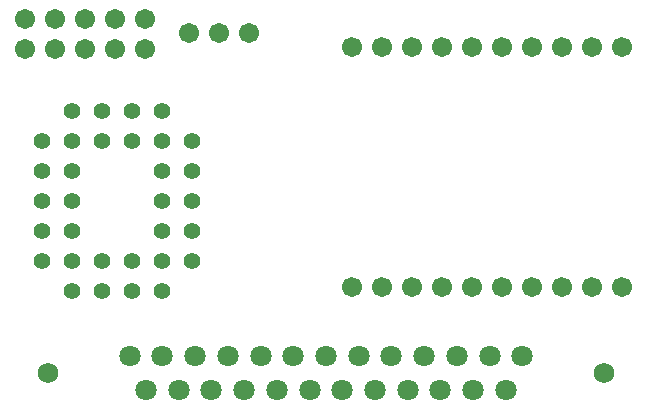
<source format=gbs>
G04 Layer_Color=16711935*
%FSAX24Y24*%
%MOIN*%
G70*
G01*
G75*
%ADD31C,0.0710*%
%ADD32C,0.0680*%
%ADD33C,0.0560*%
%ADD34C,0.0670*%
%ADD35C,0.0671*%
D31*
X022702Y024598D02*
D03*
X030873Y023476D02*
D03*
X033054D02*
D03*
X031964D02*
D03*
X034145D02*
D03*
X035235D02*
D03*
X029783D02*
D03*
X023239D02*
D03*
X028692D02*
D03*
X027602D02*
D03*
X025420D02*
D03*
X026511D02*
D03*
X024330D02*
D03*
X024875Y024595D02*
D03*
X027056D02*
D03*
X025966D02*
D03*
X028147D02*
D03*
X029237D02*
D03*
X023785D02*
D03*
X030328D02*
D03*
X035781D02*
D03*
X034690D02*
D03*
X032509D02*
D03*
X033600D02*
D03*
X031418D02*
D03*
D32*
X019985Y024035D02*
D03*
X038505D02*
D03*
D33*
X020781Y032748D02*
D03*
X021781D02*
D03*
X022781D02*
D03*
X023781D02*
D03*
X019781Y031748D02*
D03*
X020781D02*
D03*
X021781D02*
D03*
X022781D02*
D03*
X023781D02*
D03*
X024781D02*
D03*
X019781Y030748D02*
D03*
X020781D02*
D03*
X023781D02*
D03*
X024781D02*
D03*
X019781Y029748D02*
D03*
X020781D02*
D03*
X023781D02*
D03*
X024781D02*
D03*
X020781Y027748D02*
D03*
X021781D02*
D03*
X022781D02*
D03*
X023781D02*
D03*
X024781D02*
D03*
X019781D02*
D03*
X020781Y026748D02*
D03*
X021781D02*
D03*
X022781D02*
D03*
X023781D02*
D03*
X024781Y028748D02*
D03*
X023781D02*
D03*
X020781D02*
D03*
X019781D02*
D03*
D34*
X030111Y034882D02*
D03*
X031111D02*
D03*
X032111D02*
D03*
X033111D02*
D03*
X034111D02*
D03*
X035111D02*
D03*
X036111D02*
D03*
X037111D02*
D03*
X038111D02*
D03*
X039111D02*
D03*
Y026882D02*
D03*
X038111D02*
D03*
X037111D02*
D03*
X036111D02*
D03*
X035111D02*
D03*
X034111D02*
D03*
X033111D02*
D03*
X032111D02*
D03*
X031111D02*
D03*
X030111D02*
D03*
D35*
X019222Y035819D02*
D03*
Y034819D02*
D03*
X021222Y035819D02*
D03*
Y034819D02*
D03*
X020222D02*
D03*
Y035819D02*
D03*
X022222D02*
D03*
Y034819D02*
D03*
X023222D02*
D03*
Y035819D02*
D03*
X024686Y035347D02*
D03*
X025686D02*
D03*
X026686D02*
D03*
M02*

</source>
